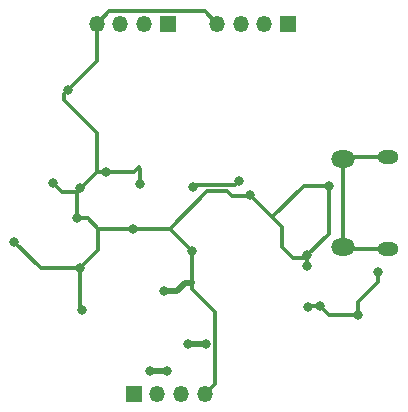
<source format=gbr>
%TF.GenerationSoftware,KiCad,Pcbnew,(6.0.8)*%
%TF.CreationDate,2022-10-13T10:33:28+07:00*%
%TF.ProjectId,1_trial,315f7472-6961-46c2-9e6b-696361645f70,rev?*%
%TF.SameCoordinates,Original*%
%TF.FileFunction,Copper,L2,Bot*%
%TF.FilePolarity,Positive*%
%FSLAX46Y46*%
G04 Gerber Fmt 4.6, Leading zero omitted, Abs format (unit mm)*
G04 Created by KiCad (PCBNEW (6.0.8)) date 2022-10-13 10:33:28*
%MOMM*%
%LPD*%
G01*
G04 APERTURE LIST*
%TA.AperFunction,ComponentPad*%
%ADD10R,1.350000X1.350000*%
%TD*%
%TA.AperFunction,ComponentPad*%
%ADD11O,1.350000X1.350000*%
%TD*%
%TA.AperFunction,ComponentPad*%
%ADD12O,1.800000X1.150000*%
%TD*%
%TA.AperFunction,ComponentPad*%
%ADD13O,2.000000X1.450000*%
%TD*%
%TA.AperFunction,ViaPad*%
%ADD14C,0.800000*%
%TD*%
%TA.AperFunction,Conductor*%
%ADD15C,0.300000*%
%TD*%
%TA.AperFunction,Conductor*%
%ADD16C,0.500000*%
%TD*%
G04 APERTURE END LIST*
D10*
%TO.P,J2,1,Pin_1*%
%TO.N,+3.3V*%
X106670000Y-27770000D03*
D11*
%TO.P,J2,2,Pin_2*%
%TO.N,/USART1_TX*%
X104670000Y-27770000D03*
%TO.P,J2,3,Pin_3*%
%TO.N,/USART1_RX*%
X102670000Y-27770000D03*
%TO.P,J2,4,Pin_4*%
%TO.N,GND*%
X100670000Y-27770000D03*
%TD*%
D10*
%TO.P,J3,1,Pin_1*%
%TO.N,+3.3V*%
X116870000Y-27770000D03*
D11*
%TO.P,J3,2,Pin_2*%
%TO.N,/SWDI0*%
X114870000Y-27770000D03*
%TO.P,J3,3,Pin_3*%
%TO.N,/SWCLK*%
X112870000Y-27770000D03*
%TO.P,J3,4,Pin_4*%
%TO.N,GND*%
X110870000Y-27770000D03*
%TD*%
D10*
%TO.P,J1,1,Pin_1*%
%TO.N,+3.3V*%
X103800000Y-59150000D03*
D11*
%TO.P,J1,2,Pin_2*%
%TO.N,/I2C2_SCL*%
X105800000Y-59150000D03*
%TO.P,J1,3,Pin_3*%
%TO.N,/I2C2_SDA*%
X107800000Y-59150000D03*
%TO.P,J1,4,Pin_4*%
%TO.N,GND*%
X109800000Y-59150000D03*
%TD*%
D12*
%TO.P,J4,6,Shield*%
%TO.N,unconnected-(J4-Pad6)*%
X125342600Y-39096000D03*
D13*
X121542600Y-39246000D03*
D12*
X125342600Y-46846000D03*
D13*
X121542600Y-46696000D03*
%TD*%
D14*
%TO.N,+3.3V*%
X112747600Y-41115000D03*
X108775500Y-41572725D03*
%TO.N,GND*%
X120300000Y-41500000D03*
X93700000Y-46225000D03*
X96975000Y-41300000D03*
%TO.N,+3.3V*%
X105150500Y-57175000D03*
X106650000Y-57175000D03*
X108425500Y-54900000D03*
X109924500Y-54875000D03*
%TO.N,GND*%
X122800000Y-52450000D03*
X118475000Y-47400000D03*
X118500000Y-48275000D03*
X119600000Y-51700000D03*
X118575000Y-51725000D03*
X124500000Y-48775000D03*
X113625000Y-42271499D03*
X104350000Y-41325000D03*
X98225000Y-33400000D03*
X103750000Y-45125000D03*
X108725000Y-47000000D03*
X106325000Y-50375000D03*
X99400000Y-52000000D03*
X99250000Y-48450000D03*
X101450000Y-40375000D03*
X99000500Y-44245170D03*
X99275000Y-41725000D03*
%TD*%
D15*
%TO.N,GND*%
X100775000Y-45125000D02*
X100775000Y-46925000D01*
X100775000Y-46925000D02*
X99250000Y-48450000D01*
X100775000Y-45125000D02*
X103750000Y-45125000D01*
X99000500Y-44245170D02*
X99895170Y-44245170D01*
X99895170Y-44245170D02*
X100775000Y-45125000D01*
X109845000Y-26745000D02*
X110870000Y-27770000D01*
X101695000Y-26745000D02*
X109845000Y-26745000D01*
X100670000Y-27770000D02*
X101695000Y-26745000D01*
%TO.N,unconnected-(J4-Pad6)*%
X121542600Y-39246000D02*
X121542600Y-46696000D01*
X121692600Y-39096000D02*
X121542600Y-39246000D01*
X125342600Y-39096000D02*
X121692600Y-39096000D01*
X121692600Y-46846000D02*
X121542600Y-46696000D01*
X125342600Y-46846000D02*
X121692600Y-46846000D01*
%TO.N,GND*%
X120300000Y-41500000D02*
X118225000Y-41500000D01*
X118225000Y-41500000D02*
X115539250Y-44185750D01*
X115539250Y-44185750D02*
X116350000Y-44996499D01*
X113625000Y-42271499D02*
X115539250Y-44185750D01*
X118475000Y-48250000D02*
X118500000Y-48275000D01*
X118475000Y-47400000D02*
X118475000Y-48250000D01*
X118600000Y-51700000D02*
X118575000Y-51725000D01*
X119600000Y-51700000D02*
X118600000Y-51700000D01*
%TO.N,+3.3V*%
X112412600Y-41450000D02*
X112747600Y-41115000D01*
X108898225Y-41450000D02*
X112412600Y-41450000D01*
X108775500Y-41572725D02*
X108898225Y-41450000D01*
%TO.N,GND*%
X99250000Y-51850000D02*
X99400000Y-52000000D01*
X99250000Y-48450000D02*
X99250000Y-51850000D01*
X120300000Y-45575000D02*
X120300000Y-41500000D01*
X118475000Y-47400000D02*
X120300000Y-45575000D01*
X104225000Y-39950000D02*
X104350000Y-40075000D01*
X103800000Y-40375000D02*
X104225000Y-39950000D01*
X101450000Y-40375000D02*
X103800000Y-40375000D01*
X104350000Y-40075000D02*
X104350000Y-41325000D01*
X95925000Y-48450000D02*
X93700000Y-46225000D01*
X99250000Y-48450000D02*
X95925000Y-48450000D01*
X99000500Y-42050500D02*
X98975000Y-42025000D01*
X99000500Y-44245170D02*
X99000500Y-42050500D01*
X100670000Y-30955000D02*
X100670000Y-27770000D01*
X98225000Y-33400000D02*
X100670000Y-30955000D01*
X97875000Y-34275000D02*
X97875000Y-33750000D01*
X100675000Y-37075000D02*
X97875000Y-34275000D01*
X100675000Y-40375000D02*
X100675000Y-37075000D01*
X97875000Y-33750000D02*
X98225000Y-33400000D01*
X100675000Y-40375000D02*
X101450000Y-40375000D01*
X99325000Y-41725000D02*
X100675000Y-40375000D01*
X99275000Y-41725000D02*
X99325000Y-41725000D01*
X98975000Y-42025000D02*
X99275000Y-41725000D01*
X97700000Y-42025000D02*
X98975000Y-42025000D01*
X96975000Y-41300000D02*
X97700000Y-42025000D01*
D16*
X108700000Y-49700000D02*
X108725000Y-49675000D01*
D15*
X108725000Y-49675000D02*
X108725000Y-47000000D01*
X108725000Y-50275000D02*
X108725000Y-49675000D01*
D16*
X108150000Y-49700000D02*
X108700000Y-49700000D01*
D15*
X110674500Y-52224500D02*
X108725000Y-50275000D01*
X110674500Y-58275500D02*
X110674500Y-52224500D01*
X109800000Y-59150000D02*
X110674500Y-58275500D01*
X120350000Y-52450000D02*
X119600000Y-51700000D01*
X122800000Y-52450000D02*
X120350000Y-52450000D01*
X124500000Y-49625000D02*
X124500000Y-48775000D01*
X122800000Y-52450000D02*
X122800000Y-51325000D01*
X122800000Y-51325000D02*
X124500000Y-49625000D01*
X117300000Y-47625000D02*
X118250000Y-47625000D01*
X118250000Y-47625000D02*
X118475000Y-47400000D01*
X116350000Y-46675000D02*
X117300000Y-47625000D01*
X116350000Y-44996499D02*
X116350000Y-46675000D01*
X112125000Y-42375000D02*
X113521499Y-42375000D01*
X111700000Y-41950000D02*
X112125000Y-42375000D01*
X110025000Y-41950000D02*
X111700000Y-41950000D01*
X106850000Y-45125000D02*
X110025000Y-41950000D01*
X113521499Y-42375000D02*
X113625000Y-42271499D01*
X106850000Y-45125000D02*
X108725000Y-47000000D01*
X103750000Y-45125000D02*
X106850000Y-45125000D01*
D16*
X108150000Y-49700000D02*
X107475000Y-50375000D01*
X106325000Y-50375000D02*
X107475000Y-50375000D01*
%TO.N,+3.3V*%
X106650000Y-57175000D02*
X105150500Y-57175000D01*
X108450500Y-54875000D02*
X108425500Y-54900000D01*
X109924500Y-54875000D02*
X108450500Y-54875000D01*
%TD*%
M02*

</source>
